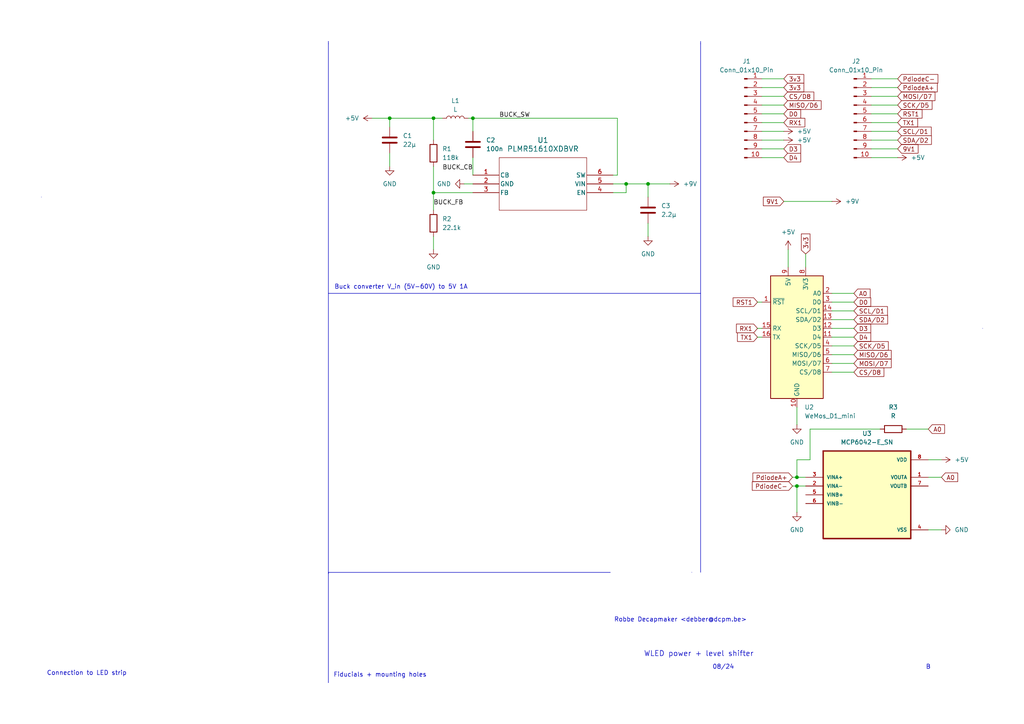
<source format=kicad_sch>
(kicad_sch (version 20231120) (generator "eeschema") (generator_version "8.0")
  (paper "A4")
  (lib_symbols
    (symbol "+5V_1" (power) (pin_numbers hide) (pin_names (offset 0) hide)
      (property "Value" "+5V" (at 0 3.556 0))
      (symbol "+5V_1_0_1"
        (polyline (pts (xy -0.762 1.27) (xy 0 2.54)))
        (polyline (pts (xy 0 0) (xy 0 2.54)))
        (polyline (pts (xy 0 2.54) (xy 0.762 1.27)))
      )
      (symbol "+5V_1_1_1"
        (pin power_in line (at 0 0 90) (length 0) (name "~") (number "1"))
      )
    )
    (symbol "+5V_2" (power) (pin_numbers hide) (pin_names (offset 0) hide)
      (property "Value" "+5V" (at 0 3.556 0))
      (symbol "+5V_2_0_1"
        (polyline (pts (xy -0.762 1.27) (xy 0 2.54)))
        (polyline (pts (xy 0 0) (xy 0 2.54)))
        (polyline (pts (xy 0 2.54) (xy 0.762 1.27)))
      )
      (symbol "+5V_2_1_1"
        (pin power_in line (at 0 0 90) (length 0) (name "~") (number "1"))
      )
    )
    (symbol "+5V_3" (power) (pin_numbers hide) (pin_names (offset 0) hide)
      (property "Value" "+5V" (at 0 3.556 0))
      (symbol "+5V_3_0_1"
        (polyline (pts (xy -0.762 1.27) (xy 0 2.54)))
        (polyline (pts (xy 0 0) (xy 0 2.54)))
        (polyline (pts (xy 0 2.54) (xy 0.762 1.27)))
      )
      (symbol "+5V_3_1_1"
        (pin power_in line (at 0 0 90) (length 0) (name "~") (number "1"))
      )
    )
    (symbol "2023-12-02_15-37-26:PLMR51610XDBVR" (pin_names (offset 0.254))
      (property "Reference" "U" (at 20.32 10.16 0))
      (property "Value" "PLMR51610XDBVR" (at 20.32 7.62 0))
      (symbol "PLMR51610XDBVR_0_1"
        (polyline (pts (xy 7.62 -10.16) (xy 33.02 -10.16)) (stroke (width 0.127)))
        (polyline (pts (xy 7.62 5.08) (xy 7.62 -10.16)) (stroke (width 0.127)))
        (polyline (pts (xy 33.02 -10.16) (xy 33.02 5.08)) (stroke (width 0.127)))
        (polyline (pts (xy 33.02 5.08) (xy 7.62 5.08)) (stroke (width 0.127)))
        (pin power_in line (at 0 0 0) (length 7.62) (name "CB") (number "1"))
        (pin power_out line (at 0 -2.54 0) (length 7.62) (name "GND") (number "2"))
        (pin unspecified line (at 0 -5.08 0) (length 7.62) (name "FB") (number "3"))
        (pin unspecified line (at 40.64 -5.08 180) (length 7.62) (name "EN") (number "4"))
        (pin power_in line (at 40.64 -2.54 180) (length 7.62) (name "VIN") (number "5"))
        (pin power_in line (at 40.64 0 180) (length 7.62) (name "SW") (number "6"))
      )
    )
    (symbol "Connector:Conn_01x10_Pin" (pin_names (offset 1.016) hide)
      (property "Reference" "J" (at 0 12.7 0))
      (property "Value" "Conn_01x10_Pin" (at 0 -15.24 0))
      (symbol "Conn_01x10_Pin_1_1"
        (polyline (pts (xy 1.27 -12.7) (xy 0.8636 -12.7)) (stroke (width 0.1524)))
        (polyline (pts (xy 1.27 -10.16) (xy 0.8636 -10.16)) (stroke (width 0.1524)))
        (polyline (pts (xy 1.27 -7.62) (xy 0.8636 -7.62)) (stroke (width 0.1524)))
        (polyline (pts (xy 1.27 -5.08) (xy 0.8636 -5.08)) (stroke (width 0.1524)))
        (polyline (pts (xy 1.27 -2.54) (xy 0.8636 -2.54)) (stroke (width 0.1524)))
        (polyline (pts (xy 1.27 0) (xy 0.8636 0)) (stroke (width 0.1524)))
        (polyline (pts (xy 1.27 2.54) (xy 0.8636 2.54)) (stroke (width 0.1524)))
        (polyline (pts (xy 1.27 5.08) (xy 0.8636 5.08)) (stroke (width 0.1524)))
        (polyline (pts (xy 1.27 7.62) (xy 0.8636 7.62)) (stroke (width 0.1524)))
        (polyline (pts (xy 1.27 10.16) (xy 0.8636 10.16)) (stroke (width 0.1524)))
        (rectangle (start 0.8636 -12.573) (end 0 -12.827) (stroke (width 0.1524)) (fill (type outline)))
        (rectangle (start 0.8636 -10.033) (end 0 -10.287) (stroke (width 0.1524)) (fill (type outline)))
        (rectangle (start 0.8636 -7.493) (end 0 -7.747) (stroke (width 0.1524)) (fill (type outline)))
        (rectangle (start 0.8636 -4.953) (end 0 -5.207) (stroke (width 0.1524)) (fill (type outline)))
        (rectangle (start 0.8636 -2.413) (end 0 -2.667) (stroke (width 0.1524)) (fill (type outline)))
        (rectangle (start 0.8636 0.127) (end 0 -0.127) (stroke (width 0.1524)) (fill (type outline)))
        (rectangle (start 0.8636 2.667) (end 0 2.413) (stroke (width 0.1524)) (fill (type outline)))
        (rectangle (start 0.8636 5.207) (end 0 4.953) (stroke (width 0.1524)) (fill (type outline)))
        (rectangle (start 0.8636 7.747) (end 0 7.493) (stroke (width 0.1524)) (fill (type outline)))
        (rectangle (start 0.8636 10.287) (end 0 10.033) (stroke (width 0.1524)) (fill (type outline)))
        (pin passive line (at 5.08 10.16 180) (length 3.81) (name "Pin_1") (number "1"))
        (pin passive line (at 5.08 -12.7 180) (length 3.81) (name "Pin_10") (number "10"))
        (pin passive line (at 5.08 7.62 180) (length 3.81) (name "Pin_2") (number "2"))
        (pin passive line (at 5.08 5.08 180) (length 3.81) (name "Pin_3") (number "3"))
        (pin passive line (at 5.08 2.54 180) (length 3.81) (name "Pin_4") (number "4"))
        (pin passive line (at 5.08 0 180) (length 3.81) (name "Pin_5") (number "5"))
        (pin passive line (at 5.08 -2.54 180) (length 3.81) (name "Pin_6") (number "6"))
        (pin passive line (at 5.08 -5.08 180) (length 3.81) (name "Pin_7") (number "7"))
        (pin passive line (at 5.08 -7.62 180) (length 3.81) (name "Pin_8") (number "8"))
        (pin passive line (at 5.08 -10.16 180) (length 3.81) (name "Pin_9") (number "9"))
      )
    )
    (symbol "Device:C" (pin_numbers hide) (pin_names (offset 0.254))
      (property "Reference" "C" (at 0.635 2.54 0))
      (property "Value" "C" (at 0.635 -2.54 0))
      (symbol "C_0_1"
        (polyline (pts (xy -2.032 -0.762) (xy 2.032 -0.762)) (stroke (width 0.508)))
        (polyline (pts (xy -2.032 0.762) (xy 2.032 0.762)) (stroke (width 0.508)))
      )
      (symbol "C_1_1"
        (pin passive line (at 0 3.81 270) (length 2.794) (name "~") (number "1"))
        (pin passive line (at 0 -3.81 90) (length 2.794) (name "~") (number "2"))
      )
    )
    (symbol "Device:L" (pin_numbers hide) (pin_names (offset 1.016) hide)
      (property "Reference" "L" (at -1.27 0 90))
      (property "Value" "L" (at 1.905 0 90))
      (symbol "L_0_1"
        (arc (start 0 -2.54) (mid 0.6323 -1.905) (end 0 -1.27))
        (arc (start 0 -1.27) (mid 0.6323 -0.635) (end 0 0))
        (arc (start 0 0) (mid 0.6323 0.635) (end 0 1.27))
        (arc (start 0 1.27) (mid 0.6323 1.905) (end 0 2.54))
      )
      (symbol "L_1_1"
        (pin passive line (at 0 3.81 270) (length 1.27) (name "1") (number "1"))
        (pin passive line (at 0 -3.81 90) (length 1.27) (name "2") (number "2"))
      )
    )
    (symbol "Device:R" (pin_numbers hide) (pin_names (offset 0))
      (property "Reference" "R" (at 2.032 0 90))
      (property "Value" "R" (at 0 0 90))
      (symbol "R_0_1"
        (rectangle (start -1.016 -2.54) (end 1.016 2.54) (stroke (width 0.254)))
      )
      (symbol "R_1_1"
        (pin passive line (at 0 3.81 270) (length 1.27) (name "~") (number "1"))
        (pin passive line (at 0 -3.81 90) (length 1.27) (name "~") (number "2"))
      )
    )
    (symbol "GND_1" (power) (pin_numbers hide) (pin_names (offset 0) hide)
      (property "Value" "GND" (at 0 -3.81 0))
      (symbol "GND_1_0_1"
        (polyline (pts (xy 0 0) (xy 0 -1.27) (xy 1.27 -1.27) (xy 0 -2.54) (xy -1.27 -1.27) (xy 0 -1.27)))
      )
      (symbol "GND_1_1_1"
        (pin power_in line (at 0 0 270) (length 0) (name "~") (number "1"))
      )
    )
    (symbol "MCP6042-E_SN:MCP6042-E_SN" (pin_names (offset 1.016))
      (property "Reference" "U" (at -12.7 13.7 0))
      (property "Value" "MCP6042-E_SN" (at -12.7 -16.7 0))
      (symbol "MCP6042-E_SN_0_0"
        (rectangle (start -12.7 -12.7) (end 12.7 12.7) (stroke (width 0.41)) (fill (type background)))
        (pin output line (at 17.78 5.08 180) (length 5.08) (name "VOUTA") (number "1"))
        (pin input line (at -17.78 2.54 0) (length 5.08) (name "VINA-") (number "2"))
        (pin input line (at -17.78 5.08 0) (length 5.08) (name "VINA+") (number "3"))
        (pin power_in line (at 17.78 -10.16 180) (length 5.08) (name "VSS") (number "4"))
        (pin input line (at -17.78 0 0) (length 5.08) (name "VINB+") (number "5"))
        (pin input line (at -17.78 -2.54 0) (length 5.08) (name "VINB-") (number "6"))
        (pin output line (at 17.78 2.54 180) (length 5.08) (name "VOUTB") (number "7"))
        (pin power_in line (at 17.78 10.16 180) (length 5.08) (name "VDD") (number "8"))
      )
    )
    (symbol "MCU_Module:WeMos_D1_mini"
      (property "Reference" "U" (at 3.81 19.05 0))
      (property "Value" "WeMos_D1_mini" (at 1.27 -19.05 0))
      (symbol "WeMos_D1_mini_1_1"
        (rectangle (start -7.62 17.78) (end 7.62 -17.78) (stroke (width 0.254)) (fill (type background)))
        (pin input line (at -10.16 10.16 0) (length 2.54) (name "~{RST}") (number "1"))
        (pin power_in line (at 0 -20.32 90) (length 2.54) (name "GND") (number "10"))
        (pin bidirectional line (at 10.16 0 180) (length 2.54) (name "D4") (number "11"))
        (pin bidirectional line (at 10.16 2.54 180) (length 2.54) (name "D3") (number "12"))
        (pin bidirectional line (at 10.16 5.08 180) (length 2.54) (name "SDA/D2") (number "13"))
        (pin bidirectional line (at 10.16 7.62 180) (length 2.54) (name "SCL/D1") (number "14"))
        (pin input line (at -10.16 2.54 0) (length 2.54) (name "RX") (number "15"))
        (pin output line (at -10.16 0 0) (length 2.54) (name "TX") (number "16"))
        (pin input line (at 10.16 12.7 180) (length 2.54) (name "A0") (number "2"))
        (pin bidirectional line (at 10.16 10.16 180) (length 2.54) (name "D0") (number "3"))
        (pin bidirectional line (at 10.16 -2.54 180) (length 2.54) (name "SCK/D5") (number "4"))
        (pin bidirectional line (at 10.16 -5.08 180) (length 2.54) (name "MISO/D6") (number "5"))
        (pin bidirectional line (at 10.16 -7.62 180) (length 2.54) (name "MOSI/D7") (number "6"))
        (pin bidirectional line (at 10.16 -10.16 180) (length 2.54) (name "CS/D8") (number "7"))
        (pin power_out line (at 2.54 20.32 270) (length 2.54) (name "3V3") (number "8"))
        (pin power_in line (at -2.54 20.32 270) (length 2.54) (name "5V") (number "9"))
      )
    )
    (symbol "power:+5V" (power) (pin_names (offset 0))
      (property "Value" "+5V" (at 0 3.556 0))
      (symbol "+5V_0_1"
        (polyline (pts (xy -0.762 1.27) (xy 0 2.54)))
        (polyline (pts (xy 0 0) (xy 0 2.54)))
        (polyline (pts (xy 0 2.54) (xy 0.762 1.27)))
      )
      (symbol "+5V_1_1"
        (pin power_in line (at 0 0 90) (length 0) hide (name "+5V") (number "1"))
      )
    )
    (symbol "power:+9V" (power) (pin_numbers hide) (pin_names (offset 0) hide)
      (property "Value" "+9V" (at 0 3.556 0))
      (symbol "+9V_0_1"
        (polyline (pts (xy -0.762 1.27) (xy 0 2.54)))
        (polyline (pts (xy 0 0) (xy 0 2.54)))
        (polyline (pts (xy 0 2.54) (xy 0.762 1.27)))
      )
      (symbol "+9V_1_1"
        (pin power_in line (at 0 0 90) (length 0) (name "~") (number "1"))
      )
    )
    (symbol "power:GND" (power) (pin_names (offset 0))
      (property "Value" "GND" (at 0 -3.81 0))
      (symbol "GND_0_1"
        (polyline (pts (xy 0 0) (xy 0 -1.27) (xy 1.27 -1.27) (xy 0 -2.54) (xy -1.27 -1.27) (xy 0 -1.27)))
      )
      (symbol "GND_1_1"
        (pin power_in line (at 0 0 270) (length 0) hide (name "GND") (number "1"))
      )
    )
  )
  (junction (at 181.61 53.34))
  (junction (at 113.03 34.29))
  (junction (at 125.73 55.88))
  (junction (at 187.96 53.34))
  (junction (at 137.16 34.29))
  (junction (at 231.14 140.97))
  (junction (at 231.14 138.43))
  (junction (at 125.73 34.29))
  (no_connect (at 88.9 -60.96))
  (wire (pts (xy 220.98 27.94) (xy 227.33 27.94)))
  (wire (pts (xy 241.3 102.87) (xy 247.65 102.87)))
  (wire (pts (xy 252.73 43.18) (xy 260.35 43.18)))
  (polyline (pts (xy 95.2471 197.9648) (xy 95.25 197.9648)))
  (wire (pts (xy 241.3 87.63) (xy 247.65 87.63)))
  (polyline (pts (xy 95.25 12.7) (xy 95.25 12.0247)))
  (wire (pts (xy 220.98 38.1) (xy 227.33 38.1)))
  (polyline (pts (xy 200.6599 165.9894) (xy 200.66 165.9894)))
  (wire (pts (xy 187.96 64.77) (xy 187.96 68.58)))
  (wire (pts (xy 125.73 55.88) (xy 125.73 48.26)))
  (wire (pts (xy 220.98 35.56) (xy 227.33 35.56)))
  (wire (pts (xy 234.95 133.35) (xy 231.14 133.35)))
  (wire (pts (xy 252.73 30.48) (xy 260.35 30.48)))
  (wire (pts (xy 227.33 58.42) (xy 241.3 58.42)))
  (wire (pts (xy 220.98 43.18) (xy 227.33 43.18)))
  (wire (pts (xy 181.61 53.34) (xy 187.96 53.34)))
  (wire (pts (xy 219.71 97.79) (xy 220.98 97.79)))
  (wire (pts (xy 219.71 87.63) (xy 220.98 87.63)))
  (wire (pts (xy 255.27 124.46) (xy 234.95 124.46)))
  (wire (pts (xy 125.73 40.64) (xy 125.73 34.29)))
  (wire (pts (xy 252.73 35.56) (xy 260.35 35.56)))
  (wire (pts (xy 252.73 27.94) (xy 260.35 27.94)))
  (wire (pts (xy 125.73 34.29) (xy 128.27 34.29)))
  (wire (pts (xy 134.62 53.34) (xy 137.16 53.34)))
  (wire (pts (xy 241.3 107.95) (xy 247.65 107.95)))
  (wire (pts (xy 137.16 34.29) (xy 179.07 34.29)))
  (wire (pts (xy 187.96 53.34) (xy 194.31 53.34)))
  (wire (pts (xy 252.73 38.1) (xy 260.35 38.1)))
  (polyline (pts (xy 12.0237 57.15) (xy 12.0237 57.1529)))
  (wire (pts (xy 107.95 34.29) (xy 113.03 34.29)))
  (wire (pts (xy 220.98 33.02) (xy 227.33 33.02)))
  (wire (pts (xy 252.73 25.4) (xy 260.35 25.4)))
  (wire (pts (xy 125.73 55.88) (xy 125.73 60.96)))
  (wire (pts (xy 220.98 25.4) (xy 227.33 25.4)))
  (wire (pts (xy 252.73 33.02) (xy 260.35 33.02)))
  (polyline (pts (xy 95.25 85.09) (xy 203.2 85.09)))
  (wire (pts (xy 113.03 44.45) (xy 113.03 48.26)))
  (polyline (pts (xy 95.2485 12.0247) (xy 95.25 12.0247)))
  (wire (pts (xy 234.95 124.46) (xy 234.95 133.35)))
  (wire (pts (xy 177.8 53.34) (xy 181.61 53.34)))
  (wire (pts (xy 231.14 140.97) (xy 231.14 148.59)))
  (wire (pts (xy 231.14 118.11) (xy 231.14 123.19)))
  (polyline (pts (xy 284.9958 95.2499) (xy 284.9958 95.25)))
  (wire (pts (xy 252.73 22.86) (xy 260.35 22.86)))
  (wire (pts (xy 219.71 95.25) (xy 220.98 95.25)))
  (wire (pts (xy 179.07 34.29) (xy 179.07 50.8)))
  (polyline (pts (xy 177.0171 166.0164) (xy 95.25 166.0164)))
  (wire (pts (xy 137.16 34.29) (xy 137.16 38.1)))
  (wire (pts (xy 113.03 36.83) (xy 113.03 34.29)))
  (wire (pts (xy 241.3 95.25) (xy 247.65 95.25)))
  (wire (pts (xy 252.73 40.64) (xy 260.35 40.64)))
  (polyline (pts (xy 203.2 11.997) (xy 203.2 12.7)))
  (wire (pts (xy 220.98 30.48) (xy 227.33 30.48)))
  (wire (pts (xy 252.73 45.72) (xy 260.35 45.72)))
  (wire (pts (xy 181.61 55.88) (xy 181.61 53.34)))
  (polyline (pts (xy 95.25 12.7) (xy 95.25 197.9648)))
  (wire (pts (xy 177.8 55.88) (xy 181.61 55.88)))
  (wire (pts (xy 241.3 92.71) (xy 247.65 92.71)))
  (wire (pts (xy 113.03 34.29) (xy 125.73 34.29)))
  (wire (pts (xy 269.24 153.67) (xy 273.05 153.67)))
  (wire (pts (xy 229.87 140.97) (xy 231.14 140.97)))
  (wire (pts (xy 137.16 55.88) (xy 125.73 55.88)))
  (wire (pts (xy 228.6 72.39) (xy 228.6 77.47)))
  (wire (pts (xy 220.98 45.72) (xy 227.33 45.72)))
  (wire (pts (xy 233.68 73.66) (xy 233.68 77.47)))
  (wire (pts (xy 241.3 97.79) (xy 247.65 97.79)))
  (wire (pts (xy 241.3 90.17) (xy 247.65 90.17)))
  (wire (pts (xy 125.73 68.58) (xy 125.73 72.39)))
  (wire (pts (xy 241.3 85.09) (xy 247.65 85.09)))
  (wire (pts (xy 231.14 133.35) (xy 231.14 138.43)))
  (wire (pts (xy 220.98 22.86) (xy 227.33 22.86)))
  (wire (pts (xy 220.98 40.64) (xy 227.33 40.64)))
  (wire (pts (xy 241.3 100.33) (xy 247.65 100.33)))
  (wire (pts (xy 269.24 133.35) (xy 273.05 133.35)))
  (wire (pts (xy 187.96 53.34) (xy 187.96 57.15)))
  (wire (pts (xy 179.07 50.8) (xy 177.8 50.8)))
  (wire (pts (xy 231.14 140.97) (xy 233.68 140.97)))
  (wire (pts (xy 229.87 138.43) (xy 231.14 138.43)))
  (polyline (pts (xy 95.25 166.0164) (xy 95.25 166.37)))
  (wire (pts (xy 137.16 45.72) (xy 137.16 50.8)))
  (wire (pts (xy 231.14 138.43) (xy 233.68 138.43)))
  (wire (pts (xy 241.3 105.41) (xy 247.65 105.41)))
  (wire (pts (xy 269.24 138.43) (xy 273.05 138.43)))
  (wire (pts (xy 262.89 124.46) (xy 269.24 124.46)))
  (wire (pts (xy 135.89 34.29) (xy 137.16 34.29)))
  (polyline (pts (xy 203.2 12.7) (xy 203.2 165.9899)))
  (text "B" (at 269.24 193.548 0) (effects (font (size 1.27 1.27))))
  (text "Connection to LED strip " (at 25.654 195.326 0) (effects (font (size 1.27 1.27))))
  (text "Fiducials + mounting holes" (at 110.236 195.834 0) (effects (font (size 1.27 1.27))))
  (text "Robbe Decapmaker <debber@dcpm.be>" (at 197.358 179.832 0) (effects (font (size 1.27 1.27))))
  (text "WLED power + level shifter" (at 202.692 189.738 0) (effects (font (size 1.524 1.524))))
  (text "Buck converter V_in (5V-60V) to 5V 1A" (at 116.332 83.312 0) (effects (font (size 1.27 1.27))))
  (text "08/24" (at 209.804 193.548 0) (effects (font (size 1.27 1.27))))
  (label "BUCK_CB" (at 137.16 49.53 180))
  (label "BUCK_SW" (at 144.78 34.29 0))
  (label "BUCK_FB" (at 125.73 59.69 0))
  (global_label "MISO{slash}D6" (shape input) (at 247.65 102.87 0) (property "Intersheetrefs" "${INTERSHEET_REFS}" (effects (hide yes))))
  (global_label "D4" (shape input) (at 247.65 97.79 0) (property "Intersheetrefs" "${INTERSHEET_REFS}" (effects (hide yes))))
  (global_label "3v3" (shape input) (at 227.33 22.86 0) (property "Intersheetrefs" "${INTERSHEET_REFS}" (effects (hide yes))))
  (global_label "TX1" (shape input) (at 260.35 35.56 0) (property "Intersheetrefs" "${INTERSHEET_REFS}" (effects (hide yes))))
  (global_label "MOSI{slash}D7" (shape input) (at 247.65 105.41 0) (property "Intersheetrefs" "${INTERSHEET_REFS}" (effects (hide yes))))
  (global_label "CS{slash}D8" (shape input) (at 227.33 27.94 0) (property "Intersheetrefs" "${INTERSHEET_REFS}" (effects (hide yes))))
  (global_label "SCL{slash}D1" (shape input) (at 247.65 90.17 0) (property "Intersheetrefs" "${INTERSHEET_REFS}" (effects (hide yes))))
  (global_label "D3" (shape input) (at 247.65 95.25 0) (property "Intersheetrefs" "${INTERSHEET_REFS}" (effects (hide yes))))
  (global_label "SCK{slash}D5" (shape input) (at 247.65 100.33 0) (property "Intersheetrefs" "${INTERSHEET_REFS}" (effects (hide yes))))
  (global_label "9V1" (shape input) (at 227.33 58.42 180) (property "Intersheetrefs" "${INTERSHEET_REFS}" (effects (hide yes))))
  (global_label "MISO{slash}D6" (shape input) (at 227.33 30.48 0) (property "Intersheetrefs" "${INTERSHEET_REFS}" (effects (hide yes))))
  (global_label "CS{slash}D8" (shape input) (at 247.65 107.95 0) (property "Intersheetrefs" "${INTERSHEET_REFS}" (effects (hide yes))))
  (global_label "SCL{slash}D1" (shape input) (at 260.35 38.1 0) (property "Intersheetrefs" "${INTERSHEET_REFS}" (effects (hide yes))))
  (global_label "RST1" (shape input) (at 260.35 33.02 0) (property "Intersheetrefs" "${INTERSHEET_REFS}" (effects (hide yes))))
  (global_label "3v3" (shape input) (at 233.68 73.66 90) (property "Intersheetrefs" "${INTERSHEET_REFS}" (effects (hide yes))))
  (global_label "SDA{slash}D2" (shape input) (at 247.65 92.71 0) (property "Intersheetrefs" "${INTERSHEET_REFS}" (effects (hide yes))))
  (global_label "D4" (shape input) (at 227.33 45.72 0) (property "Intersheetrefs" "${INTERSHEET_REFS}" (effects (hide yes))))
  (global_label "3v3" (shape input) (at 227.33 25.4 0) (property "Intersheetrefs" "${INTERSHEET_REFS}" (effects (hide yes))))
  (global_label "PdiodeA+" (shape input) (at 229.87 138.43 180) (property "Intersheetrefs" "${INTERSHEET_REFS}" (effects (hide yes))))
  (global_label "SCK{slash}D5" (shape input) (at 260.35 30.48 0) (property "Intersheetrefs" "${INTERSHEET_REFS}" (effects (hide yes))))
  (global_label "RST1" (shape input) (at 219.71 87.63 180) (property "Intersheetrefs" "${INTERSHEET_REFS}" (effects (hide yes))))
  (global_label "9V1" (shape input) (at 260.35 43.18 0) (property "Intersheetrefs" "${INTERSHEET_REFS}" (effects (hide yes))))
  (global_label "A0" (shape input) (at 273.05 138.43 0) (property "Intersheetrefs" "${INTERSHEET_REFS}" (effects (hide yes))))
  (global_label "RX1" (shape input) (at 227.33 35.56 0) (property "Intersheetrefs" "${INTERSHEET_REFS}" (effects (hide yes))))
  (global_label "PdiodeC-" (shape input) (at 260.35 22.86 0) (property "Intersheetrefs" "${INTERSHEET_REFS}" (effects (hide yes))))
  (global_label "PdiodeC-" (shape input) (at 229.87 140.97 180) (property "Intersheetrefs" "${INTERSHEET_REFS}" (effects (hide yes))))
  (global_label "A0" (shape input) (at 269.24 124.46 0) (property "Intersheetrefs" "${INTERSHEET_REFS}" (effects (hide yes))))
  (global_label "A0" (shape input) (at 247.65 85.09 0) (property "Intersheetrefs" "${INTERSHEET_REFS}" (effects (hide yes))))
  (global_label "D0" (shape input) (at 247.65 87.63 0) (property "Intersheetrefs" "${INTERSHEET_REFS}" (effects (hide yes))))
  (global_label "TX1" (shape input) (at 219.71 97.79 180) (property "Intersheetrefs" "${INTERSHEET_REFS}" (effects (hide yes))))
  (global_label "D3" (shape input) (at 227.33 43.18 0) (property "Intersheetrefs" "${INTERSHEET_REFS}" (effects (hide yes))))
  (global_label "MOSI{slash}D7" (shape input) (at 260.35 27.94 0) (property "Intersheetrefs" "${INTERSHEET_REFS}" (effects (hide yes))))
  (global_label "D0" (shape input) (at 227.33 33.02 0) (property "Intersheetrefs" "${INTERSHEET_REFS}" (effects (hide yes))))
  (global_label "PdiodeA+" (shape input) (at 260.35 25.4 0) (property "Intersheetrefs" "${INTERSHEET_REFS}" (effects (hide yes))))
  (global_label "RX1" (shape input) (at 219.71 95.25 180) (property "Intersheetrefs" "${INTERSHEET_REFS}" (effects (hide yes))))
  (global_label "SDA{slash}D2" (shape input) (at 260.35 40.64 0) (property "Intersheetrefs" "${INTERSHEET_REFS}" (effects (hide yes))))
  (symbol (lib_id "Device:C") (at 137.16 41.91 180) (unit 1)
    (property "Reference" "C2" (at 140.97 40.64 0) (effects (justify right)))
    (property "Value" "100n" (at 140.97 43.18 0) (effects (justify right)))
    (property "Footprint" "Capacitor_SMD:C_0603_1608Metric_Pad1.08x0.95mm_HandSolder" (effects (hide yes)))
  )
  (symbol (lib_id "2023-12-02_15-37-26:PLMR51610XDBVR") (at 137.16 50.8 0) (unit 1)
    (property "Reference" "U1" (at 157.48 40.64 0) (effects (font (size 1.524 1.524))))
    (property "Value" "PLMR51610XDBVR" (at 157.48 43.18 0) (effects (font (size 1.524 1.524))))
    (property "Footprint" "buck:SOT-23-6_DBV_TEX" (effects (hide yes)))
    (property "Datasheet" "PLMR51610XDBVR" (effects (hide yes)))
  )
  (symbol (lib_id "Connector:Conn_01x10_Pin") (at 215.9 33.02 0) (unit 1)
    (property "Reference" "J1" (at 216.535 17.78 0))
    (property "Value" "Conn_01x10_Pin" (at 216.535 20.32 0))
    (property "Footprint" "Connector_PinSocket_2.54mm:PinSocket_1x10_P2.54mm_Vertical" (effects (hide yes)))
    (property "Description" "Generic connector, single row, 01x10, script generated" (effects (hide yes)))
  )
  (symbol (lib_id "power:GND") (at 113.03 48.26 0) (unit 1)
    (property "Reference" "#PWR02" (effects (hide yes)))
    (property "Value" "GND" (at 113.03 53.34 0))
  )
  (symbol (lib_id "power:+5V") (at 107.95 34.29 90) (unit 1)
    (property "Reference" "#PWR01" (effects (hide yes)))
    (property "Value" "+5V" (at 104.14 34.29 90) (effects (justify left)))
  )
  (symbol (lib_id "power:+9V") (at 194.31 53.34 270) (unit 1)
    (property "Reference" "#PWR010" (effects (hide yes)))
    (property "Value" "+9V" (at 198.12 53.3399 90) (effects (justify left)))
    (property "Description" "Power symbol creates a global label with name \"+9V\"" (effects (hide yes)))
  )
  (symbol (lib_id "power:GND") (at 134.62 53.34 270) (unit 1)
    (property "Reference" "#PWR04" (effects (hide yes)))
    (property "Value" "GND" (at 130.81 53.34 90) (effects (justify right)))
  )
  (symbol (lib_name "+5V_1") (lib_id "power:+5V") (at 228.6 72.39 0) (unit 1)
    (property "Reference" "#PWR09" (effects (hide yes)))
    (property "Value" "+5V" (at 228.6 67.31 0))
    (property "Description" "Power symbol creates a global label with name \"+5V\"" (effects (hide yes)))
  )
  (symbol (lib_id "power:GND") (at 187.96 68.58 0) (unit 1)
    (property "Reference" "#PWR05" (effects (hide yes)))
    (property "Value" "GND" (at 187.96 73.66 0))
  )
  (symbol (lib_id "Device:C") (at 187.96 60.96 180) (unit 1)
    (property "Reference" "C3" (at 191.77 59.69 0) (effects (justify right)))
    (property "Value" "2.2µ" (at 191.77 62.23 0) (effects (justify right)))
    (property "Footprint" "Capacitor_SMD:C_0603_1608Metric_Pad1.08x0.95mm_HandSolder" (effects (hide yes)))
  )
  (symbol (lib_id "Device:L") (at 132.08 34.29 90) (unit 1)
    (property "Reference" "L1" (at 132.08 29.21 90))
    (property "Value" "L" (at 132.08 31.75 90))
    (property "Footprint" "Inductor_SMD:L_Bourns-SRN4018" (effects (hide yes)))
  )
  (symbol (lib_id "Device:R") (at 259.08 124.46 90) (unit 1)
    (property "Reference" "R3" (at 259.08 118.11 90))
    (property "Value" "R" (at 259.08 120.65 90))
    (property "Footprint" "Resistor_SMD:R_0805_2012Metric" (effects (hide yes)))
    (property "Description" "Resistor" (effects (hide yes)))
  )
  (symbol (lib_id "Device:R") (at 125.73 64.77 0) (unit 1)
    (property "Reference" "R2" (at 128.27 63.5 0) (effects (justify left)))
    (property "Value" "22.1k" (at 128.27 66.04 0) (effects (justify left)))
    (property "Footprint" "Resistor_SMD:R_0603_1608Metric_Pad0.98x0.95mm_HandSolder" (effects (hide yes)))
  )
  (symbol (lib_name "GND_1") (lib_id "power:GND") (at 231.14 123.19 0) (unit 1)
    (property "Reference" "#PWR08" (effects (hide yes)))
    (property "Value" "GND" (at 231.14 128.27 0))
    (property "Description" "Power symbol creates a global label with name \"GND\" , ground" (effects (hide yes)))
  )
  (symbol (lib_id "Device:R") (at 125.73 44.45 0) (unit 1)
    (property "Reference" "R1" (at 128.27 43.18 0) (effects (justify left)))
    (property "Value" "118k" (at 128.27 45.72 0) (effects (justify left)))
    (property "Footprint" "Resistor_SMD:R_0603_1608Metric_Pad0.98x0.95mm_HandSolder" (effects (hide yes)))
  )
  (symbol (lib_id "MCU_Module:WeMos_D1_mini") (at 231.14 97.79 0) (unit 1)
    (property "Reference" "U2" (at 233.3341 118.11 0) (effects (justify left)))
    (property "Value" "WeMos_D1_mini" (at 233.3341 120.65 0) (effects (justify left)))
    (property "Footprint" "Module:WEMOS_D1_mini_light" (effects (hide yes)))
    (property "Datasheet" "https://wiki.wemos.cc/products:d1:d1_mini#documentation" (effects (hide yes)))
    (property "Description" "32-bit microcontroller module with WiFi" (effects (hide yes)))
  )
  (symbol (lib_name "+5V_3") (lib_id "power:+5V") (at 227.33 38.1 270) (unit 1)
    (property "Reference" "#PWR011" (effects (hide yes)))
    (property "Value" "+5V" (at 231.14 38.0999 90) (effects (justify left)))
    (property "Description" "Power symbol creates a global label with name \"+5V\"" (effects (hide yes)))
  )
  (symbol (lib_id "Connector:Conn_01x10_Pin") (at 247.65 33.02 0) (unit 1)
    (property "Reference" "J2" (at 248.285 17.78 0))
    (property "Value" "Conn_01x10_Pin" (at 248.285 20.32 0))
    (property "Footprint" "Connector_PinSocket_2.54mm:PinSocket_1x10_P2.54mm_Vertical" (effects (hide yes)))
    (property "Description" "Generic connector, single row, 01x10, script generated" (effects (hide yes)))
  )
  (symbol (lib_name "+5V_3") (lib_id "power:+5V") (at 227.33 40.64 270) (unit 1)
    (property "Reference" "#PWR014" (effects (hide yes)))
    (property "Value" "+5V" (at 231.14 40.6399 90) (effects (justify left)))
    (property "Description" "Power symbol creates a global label with name \"+5V\"" (effects (hide yes)))
  )
  (symbol (lib_id "power:GND") (at 125.73 72.39 0) (unit 1)
    (property "Reference" "#PWR03" (effects (hide yes)))
    (property "Value" "GND" (at 125.73 77.47 0))
  )
  (symbol (lib_name "GND_1") (lib_id "power:GND") (at 273.05 153.67 90) (unit 1)
    (property "Reference" "#PWR013" (effects (hide yes)))
    (property "Value" "GND" (at 276.86 153.6699 90) (effects (justify right)))
    (property "Description" "Power symbol creates a global label with name \"GND\" , ground" (effects (hide yes)))
  )
  (symbol (lib_id "power:+9V") (at 241.3 58.42 270) (unit 1)
    (property "Reference" "#PWR06" (effects (hide yes)))
    (property "Value" "+9V" (at 245.11 58.4199 90) (effects (justify left)))
    (property "Description" "Power symbol creates a global label with name \"+9V\"" (effects (hide yes)))
  )
  (symbol (lib_name "+5V_3") (lib_id "power:+5V") (at 260.35 45.72 270) (unit 1)
    (property "Reference" "#PWR015" (effects (hide yes)))
    (property "Value" "+5V" (at 264.16 45.7199 90) (effects (justify left)))
    (property "Description" "Power symbol creates a global label with name \"+5V\"" (effects (hide yes)))
  )
  (symbol (lib_id "MCP6042-E_SN:MCP6042-E_SN") (at 251.46 143.51 0) (unit 1)
    (property "Reference" "U3" (at 251.46 125.73 0))
    (property "Value" "MCP6042-E_SN" (at 251.46 128.27 0))
    (property "Footprint" "MCP6042-E_SN:SOIC127P600X175-8N" (effects (hide yes)))
    (property "MF" "Microchip" (effects (hide yes)))
    (property "Description_1" "\n                        \n                            Microchip MCP6042-E/SN, Dual Op Amp, 0.014MHz Rail-Rail, 1.4 to 6 V, 8-Pin SOIC | Microchip Technology Inc. MCP6042-E/SN\n                        \n" (effects (hide yes)))
    (property "Package" "SO-8 Microchip" (effects (hide yes)))
    (property "Price" "None" (effects (hide yes)))
    (property "SnapEDA_Link" "https://www.snapeda.com/parts/MCP6042-E/SN/Microchip/view-part/?ref=snap" (effects (hide yes)))
    (property "MP" "MCP6042-E/SN" (effects (hide yes)))
    (property "Availability" "In Stock" (effects (hide yes)))
    (property "Check_prices" "https://www.snapeda.com/parts/MCP6042-E/SN/Microchip/view-part/?ref=eda" (effects (hide yes)))
  )
  (symbol (lib_id "Device:C") (at 113.03 40.64 180) (unit 1)
    (property "Reference" "C1" (at 116.84 39.37 0) (effects (justify right)))
    (property "Value" "22µ" (at 116.84 41.91 0) (effects (justify right)))
    (property "Footprint" "Capacitor_SMD:C_0805_2012Metric_Pad1.18x1.45mm_HandSolder" (effects (hide yes)))
  )
  (symbol (lib_name "GND_1") (lib_id "power:GND") (at 231.14 148.59 0) (unit 1)
    (property "Reference" "#PWR012" (effects (hide yes)))
    (property "Value" "GND" (at 231.14 153.67 0))
    (property "Description" "Power symbol creates a global label with name \"GND\" , ground" (effects (hide yes)))
  )
  (symbol (lib_name "+5V_2") (lib_id "power:+5V") (at 273.05 133.35 270) (unit 1)
    (property "Reference" "#PWR07" (effects (hide yes)))
    (property "Value" "+5V" (at 276.86 133.3499 90) (effects (justify left)))
    (property "Description" "Power symbol creates a global label with name \"+5V\"" (effects (hide yes)))
  )
)
</source>
